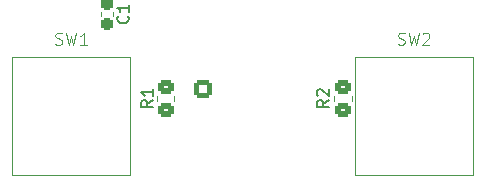
<source format=gto>
%TF.GenerationSoftware,KiCad,Pcbnew,9.0.2*%
%TF.CreationDate,2025-05-25T16:27:06-07:00*%
%TF.ProjectId,PCB,5043422e-6b69-4636-9164-5f7063625858,rev?*%
%TF.SameCoordinates,Original*%
%TF.FileFunction,Legend,Top*%
%TF.FilePolarity,Positive*%
%FSLAX46Y46*%
G04 Gerber Fmt 4.6, Leading zero omitted, Abs format (unit mm)*
G04 Created by KiCad (PCBNEW 9.0.2) date 2025-05-25 16:27:06*
%MOMM*%
%LPD*%
G01*
G04 APERTURE LIST*
G04 Aperture macros list*
%AMRoundRect*
0 Rectangle with rounded corners*
0 $1 Rounding radius*
0 $2 $3 $4 $5 $6 $7 $8 $9 X,Y pos of 4 corners*
0 Add a 4 corners polygon primitive as box body*
4,1,4,$2,$3,$4,$5,$6,$7,$8,$9,$2,$3,0*
0 Add four circle primitives for the rounded corners*
1,1,$1+$1,$2,$3*
1,1,$1+$1,$4,$5*
1,1,$1+$1,$6,$7*
1,1,$1+$1,$8,$9*
0 Add four rect primitives between the rounded corners*
20,1,$1+$1,$2,$3,$4,$5,0*
20,1,$1+$1,$4,$5,$6,$7,0*
20,1,$1+$1,$6,$7,$8,$9,0*
20,1,$1+$1,$8,$9,$2,$3,0*%
G04 Aperture macros list end*
%ADD10C,0.100000*%
%ADD11C,0.150000*%
%ADD12C,0.120000*%
%ADD13C,4.050000*%
%ADD14RoundRect,0.250000X0.450000X-0.350000X0.450000X0.350000X-0.450000X0.350000X-0.450000X-0.350000X0*%
%ADD15RoundRect,0.237500X-0.237500X0.300000X-0.237500X-0.300000X0.237500X-0.300000X0.237500X0.300000X0*%
%ADD16C,3.200000*%
%ADD17C,2.500000*%
%ADD18RoundRect,0.102000X0.654000X0.654000X-0.654000X0.654000X-0.654000X-0.654000X0.654000X-0.654000X0*%
%ADD19C,1.512000*%
%ADD20RoundRect,0.250000X-0.550000X0.550000X-0.550000X-0.550000X0.550000X-0.550000X0.550000X0.550000X0*%
%ADD21C,1.600000*%
%ADD22RoundRect,0.250000X0.350000X0.625000X-0.350000X0.625000X-0.350000X-0.625000X0.350000X-0.625000X0*%
%ADD23O,1.200000X1.750000*%
G04 APERTURE END LIST*
D10*
X53666667Y-67409800D02*
X53809524Y-67457419D01*
X53809524Y-67457419D02*
X54047619Y-67457419D01*
X54047619Y-67457419D02*
X54142857Y-67409800D01*
X54142857Y-67409800D02*
X54190476Y-67362180D01*
X54190476Y-67362180D02*
X54238095Y-67266942D01*
X54238095Y-67266942D02*
X54238095Y-67171704D01*
X54238095Y-67171704D02*
X54190476Y-67076466D01*
X54190476Y-67076466D02*
X54142857Y-67028847D01*
X54142857Y-67028847D02*
X54047619Y-66981228D01*
X54047619Y-66981228D02*
X53857143Y-66933609D01*
X53857143Y-66933609D02*
X53761905Y-66885990D01*
X53761905Y-66885990D02*
X53714286Y-66838371D01*
X53714286Y-66838371D02*
X53666667Y-66743133D01*
X53666667Y-66743133D02*
X53666667Y-66647895D01*
X53666667Y-66647895D02*
X53714286Y-66552657D01*
X53714286Y-66552657D02*
X53761905Y-66505038D01*
X53761905Y-66505038D02*
X53857143Y-66457419D01*
X53857143Y-66457419D02*
X54095238Y-66457419D01*
X54095238Y-66457419D02*
X54238095Y-66505038D01*
X54571429Y-66457419D02*
X54809524Y-67457419D01*
X54809524Y-67457419D02*
X55000000Y-66743133D01*
X55000000Y-66743133D02*
X55190476Y-67457419D01*
X55190476Y-67457419D02*
X55428572Y-66457419D01*
X56333333Y-67457419D02*
X55761905Y-67457419D01*
X56047619Y-67457419D02*
X56047619Y-66457419D01*
X56047619Y-66457419D02*
X55952381Y-66600276D01*
X55952381Y-66600276D02*
X55857143Y-66695514D01*
X55857143Y-66695514D02*
X55761905Y-66743133D01*
D11*
X76804819Y-72166666D02*
X76328628Y-72499999D01*
X76804819Y-72738094D02*
X75804819Y-72738094D01*
X75804819Y-72738094D02*
X75804819Y-72357142D01*
X75804819Y-72357142D02*
X75852438Y-72261904D01*
X75852438Y-72261904D02*
X75900057Y-72214285D01*
X75900057Y-72214285D02*
X75995295Y-72166666D01*
X75995295Y-72166666D02*
X76138152Y-72166666D01*
X76138152Y-72166666D02*
X76233390Y-72214285D01*
X76233390Y-72214285D02*
X76281009Y-72261904D01*
X76281009Y-72261904D02*
X76328628Y-72357142D01*
X76328628Y-72357142D02*
X76328628Y-72738094D01*
X75900057Y-71785713D02*
X75852438Y-71738094D01*
X75852438Y-71738094D02*
X75804819Y-71642856D01*
X75804819Y-71642856D02*
X75804819Y-71404761D01*
X75804819Y-71404761D02*
X75852438Y-71309523D01*
X75852438Y-71309523D02*
X75900057Y-71261904D01*
X75900057Y-71261904D02*
X75995295Y-71214285D01*
X75995295Y-71214285D02*
X76090533Y-71214285D01*
X76090533Y-71214285D02*
X76233390Y-71261904D01*
X76233390Y-71261904D02*
X76804819Y-71833332D01*
X76804819Y-71833332D02*
X76804819Y-71214285D01*
D10*
X82666667Y-67409800D02*
X82809524Y-67457419D01*
X82809524Y-67457419D02*
X83047619Y-67457419D01*
X83047619Y-67457419D02*
X83142857Y-67409800D01*
X83142857Y-67409800D02*
X83190476Y-67362180D01*
X83190476Y-67362180D02*
X83238095Y-67266942D01*
X83238095Y-67266942D02*
X83238095Y-67171704D01*
X83238095Y-67171704D02*
X83190476Y-67076466D01*
X83190476Y-67076466D02*
X83142857Y-67028847D01*
X83142857Y-67028847D02*
X83047619Y-66981228D01*
X83047619Y-66981228D02*
X82857143Y-66933609D01*
X82857143Y-66933609D02*
X82761905Y-66885990D01*
X82761905Y-66885990D02*
X82714286Y-66838371D01*
X82714286Y-66838371D02*
X82666667Y-66743133D01*
X82666667Y-66743133D02*
X82666667Y-66647895D01*
X82666667Y-66647895D02*
X82714286Y-66552657D01*
X82714286Y-66552657D02*
X82761905Y-66505038D01*
X82761905Y-66505038D02*
X82857143Y-66457419D01*
X82857143Y-66457419D02*
X83095238Y-66457419D01*
X83095238Y-66457419D02*
X83238095Y-66505038D01*
X83571429Y-66457419D02*
X83809524Y-67457419D01*
X83809524Y-67457419D02*
X84000000Y-66743133D01*
X84000000Y-66743133D02*
X84190476Y-67457419D01*
X84190476Y-67457419D02*
X84428572Y-66457419D01*
X84761905Y-66552657D02*
X84809524Y-66505038D01*
X84809524Y-66505038D02*
X84904762Y-66457419D01*
X84904762Y-66457419D02*
X85142857Y-66457419D01*
X85142857Y-66457419D02*
X85238095Y-66505038D01*
X85238095Y-66505038D02*
X85285714Y-66552657D01*
X85285714Y-66552657D02*
X85333333Y-66647895D01*
X85333333Y-66647895D02*
X85333333Y-66743133D01*
X85333333Y-66743133D02*
X85285714Y-66885990D01*
X85285714Y-66885990D02*
X84714286Y-67457419D01*
X84714286Y-67457419D02*
X85333333Y-67457419D01*
D11*
X59789580Y-65029166D02*
X59837200Y-65076785D01*
X59837200Y-65076785D02*
X59884819Y-65219642D01*
X59884819Y-65219642D02*
X59884819Y-65314880D01*
X59884819Y-65314880D02*
X59837200Y-65457737D01*
X59837200Y-65457737D02*
X59741961Y-65552975D01*
X59741961Y-65552975D02*
X59646723Y-65600594D01*
X59646723Y-65600594D02*
X59456247Y-65648213D01*
X59456247Y-65648213D02*
X59313390Y-65648213D01*
X59313390Y-65648213D02*
X59122914Y-65600594D01*
X59122914Y-65600594D02*
X59027676Y-65552975D01*
X59027676Y-65552975D02*
X58932438Y-65457737D01*
X58932438Y-65457737D02*
X58884819Y-65314880D01*
X58884819Y-65314880D02*
X58884819Y-65219642D01*
X58884819Y-65219642D02*
X58932438Y-65076785D01*
X58932438Y-65076785D02*
X58980057Y-65029166D01*
X59884819Y-64076785D02*
X59884819Y-64648213D01*
X59884819Y-64362499D02*
X58884819Y-64362499D01*
X58884819Y-64362499D02*
X59027676Y-64457737D01*
X59027676Y-64457737D02*
X59122914Y-64552975D01*
X59122914Y-64552975D02*
X59170533Y-64648213D01*
X61924819Y-72166666D02*
X61448628Y-72499999D01*
X61924819Y-72738094D02*
X60924819Y-72738094D01*
X60924819Y-72738094D02*
X60924819Y-72357142D01*
X60924819Y-72357142D02*
X60972438Y-72261904D01*
X60972438Y-72261904D02*
X61020057Y-72214285D01*
X61020057Y-72214285D02*
X61115295Y-72166666D01*
X61115295Y-72166666D02*
X61258152Y-72166666D01*
X61258152Y-72166666D02*
X61353390Y-72214285D01*
X61353390Y-72214285D02*
X61401009Y-72261904D01*
X61401009Y-72261904D02*
X61448628Y-72357142D01*
X61448628Y-72357142D02*
X61448628Y-72738094D01*
X61924819Y-71214285D02*
X61924819Y-71785713D01*
X61924819Y-71499999D02*
X60924819Y-71499999D01*
X60924819Y-71499999D02*
X61067676Y-71595237D01*
X61067676Y-71595237D02*
X61162914Y-71690475D01*
X61162914Y-71690475D02*
X61210533Y-71785713D01*
%TO.C,SW1*%
D10*
X50000000Y-68500000D02*
X60000000Y-68500000D01*
X60000000Y-78500000D01*
X50000000Y-78500000D01*
X50000000Y-68500000D01*
D12*
%TO.C,R2*%
X77265000Y-72227064D02*
X77265000Y-71772936D01*
X78735000Y-72227064D02*
X78735000Y-71772936D01*
%TO.C,SW2*%
D10*
X79000000Y-68500000D02*
X89000000Y-68500000D01*
X89000000Y-78500000D01*
X79000000Y-78500000D01*
X79000000Y-68500000D01*
D12*
%TO.C,C1*%
X57490000Y-64716233D02*
X57490000Y-65008767D01*
X58510000Y-64716233D02*
X58510000Y-65008767D01*
%TO.C,R1*%
X62265000Y-72227064D02*
X62265000Y-71772936D01*
X63735000Y-72227064D02*
X63735000Y-71772936D01*
%TD*%
%LPC*%
%TO.C,SW1*%
D13*
X57025000Y-73500000D02*
G75*
G02*
X52975000Y-73500000I-2025000J0D01*
G01*
X52975000Y-73500000D02*
G75*
G02*
X57025000Y-73500000I2025000J0D01*
G01*
%TO.C,SW2*%
X86025000Y-73500000D02*
G75*
G02*
X81975000Y-73500000I-2025000J0D01*
G01*
X81975000Y-73500000D02*
G75*
G02*
X86025000Y-73500000I2025000J0D01*
G01*
%TD*%
D14*
%TO.C,R2*%
X78000000Y-73000000D03*
X78000000Y-71000000D03*
%TD*%
D15*
%TO.C,C1*%
X58000000Y-64000000D03*
X58000000Y-65725000D03*
%TD*%
D16*
%TO.C,H1*%
X51600000Y-60600000D03*
%TD*%
D17*
%TO.C,H3*%
X86750000Y-60550000D03*
%TD*%
%TO.C,H4*%
X57250000Y-88750000D03*
%TD*%
D14*
%TO.C,R1*%
X63000000Y-73000000D03*
X63000000Y-71000000D03*
%TD*%
D16*
%TO.C,H2*%
X88400000Y-82900000D03*
%TD*%
D18*
%TO.C,U2*%
X80034000Y-49000000D03*
D19*
X80034000Y-51540000D03*
X80034000Y-54080000D03*
X80034000Y-56620000D03*
X80034000Y-59160000D03*
X80034000Y-61700000D03*
X80034000Y-64240000D03*
X80034000Y-66780000D03*
X62000000Y-66780000D03*
X62000000Y-64240000D03*
X62000000Y-61700000D03*
X62000000Y-59160000D03*
X62000000Y-56620000D03*
X62000000Y-54080000D03*
X62000000Y-51540000D03*
X62000000Y-49000000D03*
%TD*%
D20*
%TO.C,U1*%
X66190000Y-71195000D03*
D21*
X68730000Y-71195000D03*
X71270000Y-71195000D03*
X73810000Y-71195000D03*
X73810000Y-78815000D03*
X71270000Y-78815000D03*
X68730000Y-78815000D03*
X66190000Y-78815000D03*
%TD*%
D22*
%TO.C,SPK1*%
X77000000Y-83550000D03*
D23*
X75000000Y-83550000D03*
%TD*%
D22*
%TO.C,BAT1*%
X66000000Y-83550000D03*
D23*
X64000000Y-83550000D03*
%TD*%
%LPD*%
M02*

</source>
